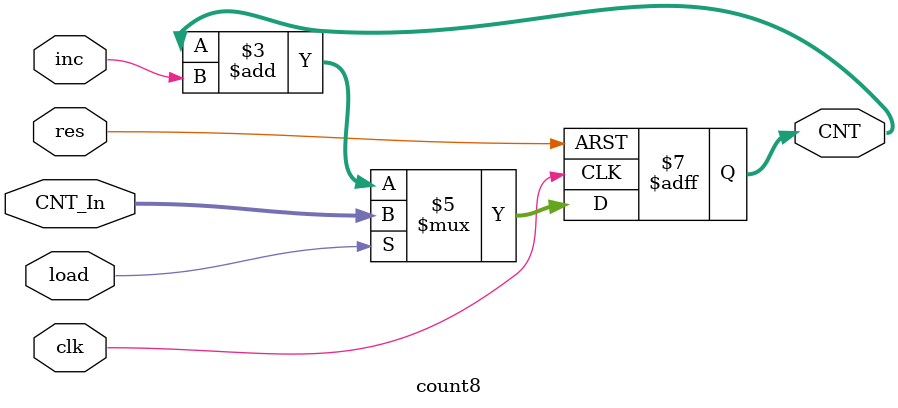
<source format=v>
`timescale 1ns/1ps

module count8 (output reg [7:0] CNT, 
                input wire clk, res, load, inc,
                input wire [7:0] CNT_In);
  
  always @ (posedge clk or negedge res)
  	begin: COUNTER	  	
  		if (!res)
  			CNT <= 8'h00;
  		else
  			if (load)
  				CNT <= CNT_In;	
  			else
  				CNT <= CNT + inc;
  	end
  
endmodule
</source>
